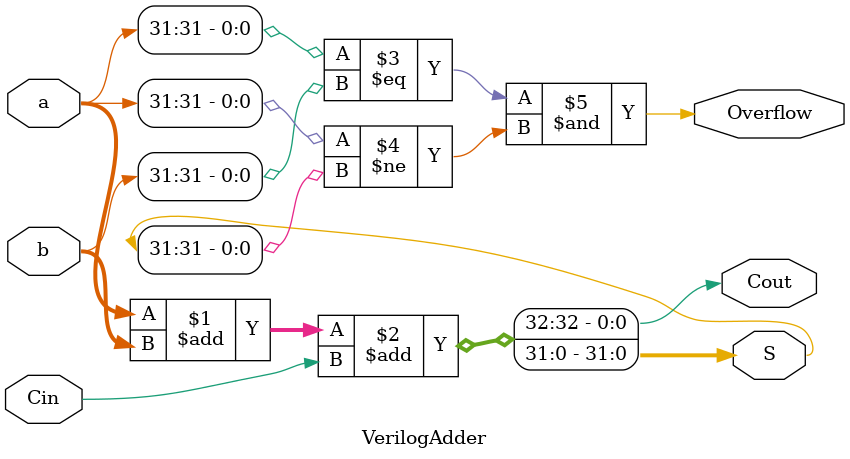
<source format=v>
module VerilogAdder(
	input  wire [31:0]a,
	input  wire [31:0]b,
	input  wire Cin,
	output wire Overflow,
	output wire [31:0]S,
	output wire Cout
);
	assign {Cout,S} = a + b + Cin;
	assign Overflow = (a[31] == b[31]) & (a[31] != S[31]);
endmodule 

</source>
